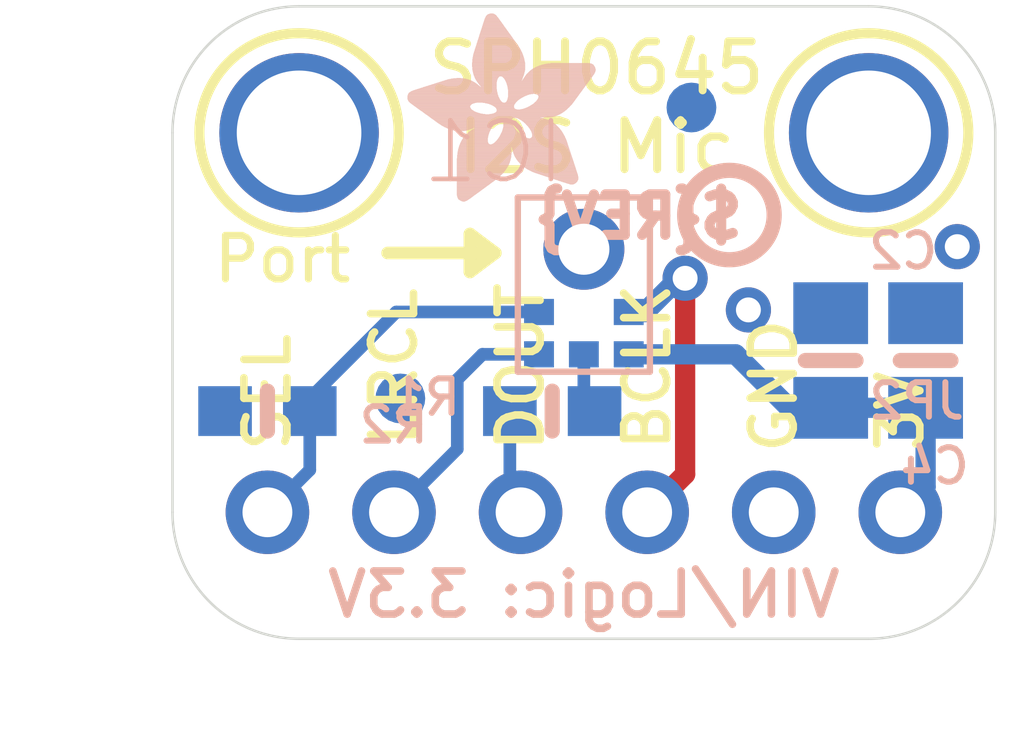
<source format=kicad_pcb>
(kicad_pcb (version 20221018) (generator pcbnew)
  (layers (0 "F.Cu" signal) (31 "B.Cu" signal) (34 "B.Paste" user) (35 "F.Paste" user) (36 "B.SilkS" user "B.Silkscreen") (37 "F.SilkS" user "F.Silkscreen") (38 "B.Mask" user) (39 "F.Mask" user) (44 "Edge.Cuts" user))
  (net 0 "")
  (net 1 "GND")
  (net 2 "VDD")
  (net 3 "DATA")
  (net 4 "WS")
  (net 5 "SELECT")
  (net 6 "BCLK")
  (net 7 "N$1")
  (footprint "MEMSMIC:MOUNTINGHOLE_2.5_PLATED" (layer "F.Cu") (at 154.2161 101.1936)
    (fp_text reference "U$12" hide)
    (fp_text value "MOUNTINGHOLE2.5" hide)
    (pad "P$1" thru_hole circle (at 0 0) (size 3.2 3.2) (drill 2.5) (layers "*.Cu" "*.Mask"))
  )
  (footprint "MEMSMIC:MOUNTINGHOLE_2.5_PLATED" (layer "F.Cu") (at 142.7861 101.1936)
    (fp_text reference "U$6" hide)
    (fp_text value "MOUNTINGHOLE2.5" hide)
    (pad "P$1" thru_hole circle (at 0 0) (size 3.2 3.2) (drill 2.5) (layers "*.Cu" "*.Mask"))
  )
  (footprint "MEMSMIC:FIDUCIAL_1MM" (layer "B.Cu") (at 150.6601 100.6856 180)
    (fp_text reference "FID1" hide)
    (fp_text value "FIDUCIAL_1MM" hide)
    (pad "1" smd roundrect (at 0 0 180) (size 1 1) (layers "B.Cu" "B.Mask") (roundrect_rratio 0.5))
  )
  (footprint "MEMSMIC:0805-NO" (layer "B.Cu") (at 155.3591 105.7656 90)
    (fp_text reference "C4" (at -1.7145 -0.5715 180) (layer "B.SilkS") (effects (font (size 0.692831 0.692831) (thickness 0.119969)) (justify right top mirror)))
    (fp_text value "1uF")
    (pad "1" smd rect (at -0.95 0 90) (size 1.24 1.5) (layers "B.Cu" "B.Paste" "B.Mask") (net 2 "VDD"))
    (pad "2" smd rect (at 0.95 0 90) (size 1.24 1.5) (layers "B.Cu" "B.Paste" "B.Mask") (net 1 "GND"))
  )
  (footprint "MEMSMIC:SPH0645LM4H" (layer "B.Cu") (at 148.5011 104.2416)
    (fp_text reference "IC1" (at -3.3 -3.35) (layer "B.SilkS") (effects (font (size 1.176528 1.176528) (thickness 0.093472)) (justify right top mirror)))
    (fp_text value "MIC_I2S_SPH0645" hide)
    (pad "1" smd rect (at -0.9 1.4) (size 0.6 0.525) (layers "B.Cu" "B.Paste" "B.Mask") (net 4 "WS"))
    (pad "2" smd rect (at -0.9 0.55) (size 0.6 0.525) (layers "B.Cu" "B.Paste" "B.Mask") (net 5 "SELECT"))
    (pad "3" thru_hole circle (at 0 -0.71) (size 1.625 1.625) (drill 1.025) (layers "*.Cu" "*.Mask") (net 1 "GND"))
    (pad "4" smd rect (at 0.9 0.55) (size 0.6 0.525) (layers "B.Cu" "B.Paste" "B.Mask") (net 6 "BCLK"))
    (pad "5" smd rect (at 0.9 1.4) (size 0.6 0.525) (layers "B.Cu" "B.Paste" "B.Mask") (net 2 "VDD"))
    (pad "6" smd rect (at 0 1.4) (size 0.6 0.525) (layers "B.Cu" "B.Paste" "B.Mask") (net 7 "N$1"))
  )
  (footprint "MEMSMIC:0603-NO" (layer "B.Cu") (at 147.8661 106.7816 180)
    (fp_text reference "R1" (at 1.778 -0.127) (layer "B.SilkS") (effects (font (size 0.692831 0.692831) (thickness 0.119969)) (justify left bottom mirror)))
    (fp_text value "68")
    (pad "1" smd rect (at -0.85 0 180) (size 1.075 1) (layers "B.Cu" "B.Paste" "B.Mask") (net 7 "N$1"))
    (pad "2" smd rect (at 0.85 0 180) (size 1.075 1) (layers "B.Cu" "B.Paste" "B.Mask") (net 3 "DATA"))
  )
  (footprint "MEMSMIC:0805-NO" (layer "B.Cu") (at 153.4541 105.7656 90)
    (fp_text reference "C2" (at 2.6035 0.6985 180) (layer "B.SilkS") (effects (font (size 0.692831 0.692831) (thickness 0.119969)) (justify right top mirror)))
    (fp_text value "220pF")
    (pad "1" smd rect (at -0.95 0 90) (size 1.24 1.5) (layers "B.Cu" "B.Paste" "B.Mask") (net 2 "VDD"))
    (pad "2" smd rect (at 0.95 0 90) (size 1.24 1.5) (layers "B.Cu" "B.Paste" "B.Mask") (net 1 "GND"))
  )
  (footprint "MEMSMIC:ADAFRUIT_3.5MM" (layer "B.Cu") (at 148.7551 102.5906 180)
    (fp_text reference "U$5" hide)
    (fp_text value "" hide)
  )
  (footprint "MEMSMIC:FIDUCIAL_1MM" (layer "B.Cu") (at 144.8181 106.5276 180)
    (fp_text reference "FID2" hide)
    (fp_text value "FIDUCIAL_1MM" hide)
    (pad "1" smd roundrect (at 0 0 180) (size 1 1) (layers "B.Cu" "B.Mask") (roundrect_rratio 0.5))
  )
  (footprint "MEMSMIC:1X06_ROUND" (layer "B.Cu") (at 148.5011 108.8136 180)
    (fp_text reference "JP2" (at -7.6962 1.8288) (layer "B.SilkS") (effects (font (size 0.692831 0.692831) (thickness 0.119969)) (justify left bottom mirror)))
    (fp_text value "")
    (pad "1" thru_hole circle (at -6.35 0 90) (size 1.6764 1.6764) (drill 1) (layers "*.Cu" "*.Mask") (net 2 "VDD"))
    (pad "2" thru_hole circle (at -3.81 0 90) (size 1.6764 1.6764) (drill 1) (layers "*.Cu" "*.Mask") (net 1 "GND"))
    (pad "3" thru_hole circle (at -1.27 0 90) (size 1.6764 1.6764) (drill 1) (layers "*.Cu" "*.Mask") (net 6 "BCLK"))
    (pad "4" thru_hole circle (at 1.27 0 90) (size 1.6764 1.6764) (drill 1) (layers "*.Cu" "*.Mask") (net 3 "DATA"))
    (pad "5" thru_hole circle (at 3.81 0 90) (size 1.6764 1.6764) (drill 1) (layers "*.Cu" "*.Mask") (net 4 "WS"))
    (pad "6" thru_hole circle (at 6.35 0 90) (size 1.6764 1.6764) (drill 1) (layers "*.Cu" "*.Mask") (net 5 "SELECT"))
  )
  (footprint "MEMSMIC:0603-NO" (layer "B.Cu") (at 142.1511 106.7816)
    (fp_text reference "R2" (at 1.778 -0.127) (layer "B.SilkS") (effects (font (size 0.692831 0.692831) (thickness 0.119969)) (justify right top mirror)))
    (fp_text value "10k")
    (pad "1" smd rect (at -0.85 0) (size 1.075 1) (layers "B.Cu" "B.Paste" "B.Mask") (net 1 "GND"))
    (pad "2" smd rect (at 0.85 0) (size 1.075 1) (layers "B.Cu" "B.Paste" "B.Mask") (net 5 "SELECT"))
  )
  (footprint "MEMSMIC:PCBFEAT-REV-040" (layer "B.Cu") (at 151.4221 102.8446 180)
    (fp_text reference "U$13" hide)
    (fp_text value "" hide)
    (fp_text user "${REV}" (at -0.3556 -0.508) (layer "B.SilkS") (effects (font (size 0.8128 0.8128) (thickness 0.2032)) (justify left bottom mirror)))
  )
  (gr_line (start 146.2151 103.2256) (end 146.2151 103.9876) (stroke (width 0.254)) (layer "F.SilkS"))
  (gr_line (start 146.7231 103.6066) (end 146.2151 103.2256) (stroke (width 0.254)) (layer "F.SilkS"))
  (gr_line (start 146.2151 103.9876) (end 146.7231 103.6066) (stroke (width 0.254)) (layer "F.SilkS"))
  (gr_line (start 144.5641 103.6066) (end 146.7231 103.6066) (stroke (width 0.254)) (layer "F.SilkS"))
  (gr_line (start 140.2461 101.1936) (end 140.2461 108.8136) (stroke (width 0.05)) (layer "Edge.Cuts"))
  (gr_line (start 142.7861 111.3536) (end 154.2161 111.3536) (stroke (width 0.05)) (layer "Edge.Cuts"))
  (gr_line (start 156.7561 108.8136) (end 156.7561 101.1936) (stroke (width 0.05)) (layer "Edge.Cuts"))
  (gr_arc (start 140.2461 101.1936) (mid 140.990049 99.397549) (end 142.7861 98.6536) (stroke (width 0.05)) (layer "Edge.Cuts"))
  (gr_arc (start 142.7861 111.3536) (mid 140.990049 110.609651) (end 140.2461 108.8136) (stroke (width 0.05)) (layer "Edge.Cuts"))
  (gr_line (start 154.2161 98.6536) (end 142.7861 98.6536) (stroke (width 0.05)) (layer "Edge.Cuts"))
  (gr_arc (start 156.7561 108.8136) (mid 156.012151 110.609651) (end 154.2161 111.3536) (stroke (width 0.05)) (layer "Edge.Cuts"))
  (gr_arc (start 154.2161 98.6536) (mid 156.012151 99.397549) (end 156.7561 101.1936) (stroke (width 0.05)) (layer "Edge.Cuts"))
  (gr_text "VIN/Logic: 3.3V" (at 148.5011 110.4646) (layer "B.SilkS") (effects (font (size 0.8636 0.8636) (thickness 0.1524)) (justify mirror)))
  (gr_text "GND" (at 152.3111 106.2736 90) (layer "F.SilkS") (effects (font (size 0.8636 0.8636) (thickness 0.1524))))
  (gr_text "3V" (at 154.8511 106.7816 90) (layer "F.SilkS") (effects (font (size 0.8636 0.8636) (thickness 0.1524))))
  (gr_text "BCLK" (at 149.7711 105.8926 90) (layer "F.SilkS") (effects (font (size 0.8636 0.8636) (thickness 0.1524))))
  (gr_text "SEL" (at 142.1511 106.4006 90) (layer "F.SilkS") (effects (font (size 0.8636 0.8636) (thickness 0.1524))))
  (gr_text "LRCL" (at 144.6911 105.8926 90) (layer "F.SilkS") (effects (font (size 0.8636 0.8636) (thickness 0.1524))))
  (gr_text "DOUT" (at 147.2311 105.8926 90) (layer "F.SilkS") (effects (font (size 0.8636 0.8636) (thickness 0.1524))))
  (gr_text "Port" (at 141.0081 104.2416) (layer "F.SilkS") (effects (font (size 0.87376 0.87376) (thickness 0.14224)) (justify left bottom)))
  (gr_text "SPH0645\nI2S Mic" (at 148.7551 100.6856) (layer "F.SilkS") (effects (font (size 0.98298 0.98298) (thickness 0.16002))))
  (via (at 151.8031 104.7496) (size 0.9064) (drill 0.5) (layers "F.Cu" "B.Cu") (net 1))
  (via (at 155.9941 103.4796) (size 0.9064) (drill 0.5) (layers "F.Cu" "B.Cu") (net 1))
  (segment (start 155.3591 106.7156) (end 153.4541 106.7156) (width 0.4064) (layer "B.Cu") (net 2))
  (segment (start 152.6201 106.7156) (end 153.4541 106.7156) (width 0.4064) (layer "B.Cu") (net 2))
  (segment (start 151.5461 105.6416) (end 149.4011 105.6416) (width 0.4064) (layer "B.Cu") (net 2))
  (segment (start 154.8511 108.8136) (end 155.3591 108.3056) (width 0.4064) (layer "B.Cu") (net 2))
  (segment (start 153.4541 106.7156) (end 152.8801 106.7156) (width 0.4064) (layer "B.Cu") (net 2))
  (segment (start 151.5461 105.6416) (end 152.6201 106.7156) (width 0.4064) (layer "B.Cu") (net 2))
  (segment (start 155.3591 108.3056) (end 155.3591 106.7156) (width 0.4064) (layer "B.Cu") (net 2))
  (segment (start 147.0161 106.7816) (end 147.0161 108.5986) (width 0.254) (layer "B.Cu") (net 3))
  (segment (start 147.0161 108.5986) (end 147.2311 108.8136) (width 0.254) (layer "B.Cu") (net 3))
  (segment (start 147.6011 105.6416) (end 146.4661 105.6416) (width 0.254) (layer "B.Cu") (net 4))
  (segment (start 146.4661 105.6416) (end 145.9611 106.1466) (width 0.254) (layer "B.Cu") (net 4))
  (segment (start 145.9611 106.1466) (end 145.9611 107.5436) (width 0.254) (layer "B.Cu") (net 4))
  (segment (start 145.9611 107.5436) (end 144.6911 108.8136) (width 0.254) (layer "B.Cu") (net 4))
  (segment (start 143.0011 107.9636) (end 143.0011 106.7816) (width 0.254) (layer "B.Cu") (net 5))
  (segment (start 143.0011 106.5276) (end 143.0011 106.7816) (width 0.254) (layer "B.Cu") (net 5))
  (segment (start 142.1511 108.8136) (end 143.0011 107.9636) (width 0.254) (layer "B.Cu") (net 5))
  (segment (start 147.6011 104.7916) (end 144.7371 104.7916) (width 0.254) (layer "B.Cu") (net 5))
  (segment (start 144.7371 104.7916) (end 143.0011 106.5276) (width 0.254) (layer "B.Cu") (net 5))
  (segment (start 150.5331 104.1146) (end 150.5331 108.0516) (width 0.4064) (layer "F.Cu") (net 6))
  (segment (start 150.5331 108.0516) (end 149.7711 108.8136) (width 0.4064) (layer "F.Cu") (net 6))
  (via (at 150.5331 104.1146) (size 0.9064) (drill 0.5) (layers "F.Cu" "B.Cu") (net 6))
  (segment (start 150.4061 104.1146) (end 150.5331 104.1146) (width 0.4064) (layer "B.Cu") (net 6))
  (segment (start 149.7291 104.7916) (end 150.4061 104.1146) (width 0.4064) (layer "B.Cu") (net 6))
  (segment (start 149.4011 104.7916) (end 149.7291 104.7916) (width 0.4064) (layer "B.Cu") (net 6))
  (segment (start 148.5011 106.9086) (end 148.7161 106.7816) (width 0.254) (layer "B.Cu") (net 7))
  (segment (start 148.5011 105.6416) (end 148.5011 106.9086) (width 0.254) (layer "B.Cu") (net 7))
)
</source>
